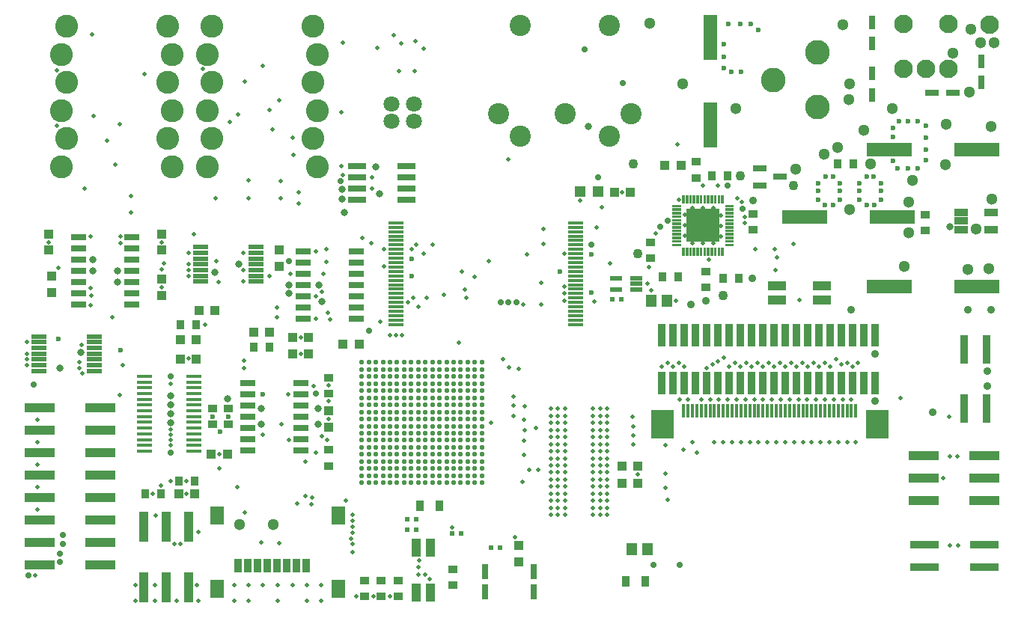
<source format=gts>
G04 Layer_Color=8388736*
%FSLAX44Y44*%
%MOMM*%
G71*
G01*
G75*
%ADD71C,0.8000*%
%ADD73C,0.5000*%
%ADD74C,0.6000*%
%ADD87C,0.7000*%
%ADD113R,1.8000X0.4000*%
%ADD116R,1.1000X1.1000*%
%ADD117R,1.1000X1.1000*%
%ADD118R,0.9000X1.1000*%
%ADD120R,1.1000X0.9000*%
%ADD122R,0.9000X2.6000*%
%ADD123R,0.9500X0.2900*%
%ADD124R,0.2900X0.9500*%
%ADD126R,1.5500X2.1000*%
%ADD127R,0.9000X1.6000*%
%ADD128R,0.4000X1.6000*%
%ADD129R,2.6000X3.3000*%
%ADD130R,1.6000X5.1000*%
%ADD131R,5.1000X1.6000*%
%ADD132R,3.3000X0.9000*%
%ADD133R,0.9000X3.3000*%
%ADD134R,1.7000X0.4500*%
%ADD135R,2.1000X1.1000*%
%ADD136R,1.1000X2.1000*%
%ADD137R,0.8000X1.7000*%
%ADD138R,1.3400X0.5400*%
%ADD139R,1.2446X1.3716*%
%ADD140R,0.9016X1.3016*%
%ADD141R,0.5900X0.4900*%
%ADD142R,1.6000X0.7000*%
%ADD143R,1.8000X0.8000*%
%ADD144R,2.1000X0.8000*%
%ADD145R,1.8200X0.5200*%
%ADD146R,1.6000X0.8000*%
%ADD147R,3.8000X3.8000*%
%ADD148R,1.5400X0.8400*%
%ADD149R,0.7000X1.6000*%
%ADD150R,3.4000X1.0000*%
%ADD151R,1.0000X3.4000*%
%ADD152R,1.3000X1.3000*%
%ADD153C,0.5516*%
%ADD154C,0.1000*%
%ADD155C,2.1000*%
%ADD156C,2.6000*%
%ADD157C,1.8000*%
%ADD158C,2.4000*%
%ADD159C,2.8000*%
%ADD160C,0.9000*%
%ADD161C,1.3000*%
%ADD162C,1.1000*%
G36*
X1075500Y1093500D02*
X1066000D01*
Y1096500D01*
X1075500D01*
Y1093500D01*
D02*
G37*
G36*
X1016000Y1097500D02*
X1006500D01*
Y1100500D01*
X1016000D01*
Y1097500D01*
D02*
G37*
G36*
X1075500D02*
X1066000D01*
Y1100500D01*
X1075500D01*
Y1097500D01*
D02*
G37*
G36*
X1016000Y1089500D02*
X1006500D01*
Y1092500D01*
X1016000D01*
Y1089500D01*
D02*
G37*
G36*
X1075500D02*
X1066000D01*
Y1092500D01*
X1075500D01*
Y1089500D01*
D02*
G37*
G36*
X1016000Y1093500D02*
X1006500D01*
Y1096500D01*
X1016000D01*
Y1093500D01*
D02*
G37*
G36*
Y1105500D02*
X1006500D01*
Y1108500D01*
X1016000D01*
Y1105500D01*
D02*
G37*
G36*
Y1109500D02*
X1006500D01*
Y1112500D01*
X1016000D01*
Y1109500D01*
D02*
G37*
G36*
X1075500D02*
X1066000D01*
Y1112500D01*
X1075500D01*
Y1109500D01*
D02*
G37*
G36*
X1016000Y1101500D02*
X1006500D01*
Y1104500D01*
X1016000D01*
Y1101500D01*
D02*
G37*
G36*
X1075500D02*
X1066000D01*
Y1104500D01*
X1075500D01*
Y1101500D01*
D02*
G37*
G36*
Y1105500D02*
X1066000D01*
Y1108500D01*
X1075500D01*
Y1105500D01*
D02*
G37*
G36*
X1032500Y1078500D02*
X1029500D01*
Y1088000D01*
X1032500D01*
Y1078500D01*
D02*
G37*
G36*
X1036500D02*
X1033500D01*
Y1088000D01*
X1036500D01*
Y1078500D01*
D02*
G37*
G36*
X1040500D02*
X1037500D01*
Y1088000D01*
X1040500D01*
Y1078500D01*
D02*
G37*
G36*
X1020500D02*
X1017500D01*
Y1088000D01*
X1020500D01*
Y1078500D01*
D02*
G37*
G36*
X1024500D02*
X1021500D01*
Y1088000D01*
X1024500D01*
Y1078500D01*
D02*
G37*
G36*
X1028500D02*
X1025500D01*
Y1088000D01*
X1028500D01*
Y1078500D01*
D02*
G37*
G36*
X1056500D02*
X1053500D01*
Y1088000D01*
X1056500D01*
Y1078500D01*
D02*
G37*
G36*
X1060500D02*
X1057500D01*
Y1088000D01*
X1060500D01*
Y1078500D01*
D02*
G37*
G36*
X1064500D02*
X1061500D01*
Y1088000D01*
X1064500D01*
Y1078500D01*
D02*
G37*
G36*
X1044500D02*
X1041500D01*
Y1088000D01*
X1044500D01*
Y1078500D01*
D02*
G37*
G36*
X1048500D02*
X1045500D01*
Y1088000D01*
X1048500D01*
Y1078500D01*
D02*
G37*
G36*
X1052500D02*
X1049500D01*
Y1088000D01*
X1052500D01*
Y1078500D01*
D02*
G37*
G36*
X1032500Y1138000D02*
X1029500D01*
Y1147500D01*
X1032500D01*
Y1138000D01*
D02*
G37*
G36*
X1036500D02*
X1033500D01*
Y1147500D01*
X1036500D01*
Y1138000D01*
D02*
G37*
G36*
X1040500D02*
X1037500D01*
Y1147500D01*
X1040500D01*
Y1138000D01*
D02*
G37*
G36*
X1020500D02*
X1017500D01*
Y1147500D01*
X1020500D01*
Y1138000D01*
D02*
G37*
G36*
X1024500D02*
X1021500D01*
Y1147500D01*
X1024500D01*
Y1138000D01*
D02*
G37*
G36*
X1028500D02*
X1025500D01*
Y1147500D01*
X1028500D01*
Y1138000D01*
D02*
G37*
G36*
X1056500D02*
X1053500D01*
Y1147500D01*
X1056500D01*
Y1138000D01*
D02*
G37*
G36*
X1060500D02*
X1057500D01*
Y1147500D01*
X1060500D01*
Y1138000D01*
D02*
G37*
G36*
X1064500D02*
X1061500D01*
Y1147500D01*
X1064500D01*
Y1138000D01*
D02*
G37*
G36*
X1044500D02*
X1041500D01*
Y1147500D01*
X1044500D01*
Y1138000D01*
D02*
G37*
G36*
X1048500D02*
X1045500D01*
Y1147500D01*
X1048500D01*
Y1138000D01*
D02*
G37*
G36*
X1052500D02*
X1049500D01*
Y1147500D01*
X1052500D01*
Y1138000D01*
D02*
G37*
G36*
X1075500Y1117500D02*
X1066000D01*
Y1120500D01*
X1075500D01*
Y1117500D01*
D02*
G37*
G36*
X1016000Y1121500D02*
X1006500D01*
Y1124500D01*
X1016000D01*
Y1121500D01*
D02*
G37*
G36*
X1075500D02*
X1066000D01*
Y1124500D01*
X1075500D01*
Y1121500D01*
D02*
G37*
G36*
X1016000Y1113500D02*
X1006500D01*
Y1116500D01*
X1016000D01*
Y1113500D01*
D02*
G37*
G36*
X1075500D02*
X1066000D01*
Y1116500D01*
X1075500D01*
Y1113500D01*
D02*
G37*
G36*
X1016000Y1117500D02*
X1006500D01*
Y1120500D01*
X1016000D01*
Y1117500D01*
D02*
G37*
G36*
X1075500Y1129500D02*
X1066000D01*
Y1132500D01*
X1075500D01*
Y1129500D01*
D02*
G37*
G36*
X1016000Y1133500D02*
X1006500D01*
Y1136500D01*
X1016000D01*
Y1133500D01*
D02*
G37*
G36*
X1075500D02*
X1066000D01*
Y1136500D01*
X1075500D01*
Y1133500D01*
D02*
G37*
G36*
X1016000Y1125500D02*
X1006500D01*
Y1128500D01*
X1016000D01*
Y1125500D01*
D02*
G37*
G36*
X1075500D02*
X1066000D01*
Y1128500D01*
X1075500D01*
Y1125500D01*
D02*
G37*
G36*
X1016000Y1129500D02*
X1006500D01*
Y1132500D01*
X1016000D01*
Y1129500D01*
D02*
G37*
D71*
X314000Y951250D02*
D03*
X911000Y1225000D02*
D03*
X573000Y1046000D02*
D03*
X573000Y1036000D02*
D03*
X489000Y1060000D02*
D03*
X516000Y1069000D02*
D03*
X610000Y1027000D02*
D03*
X633000Y1143000D02*
D03*
X607000Y1046000D02*
D03*
X1320000Y1112000D02*
D03*
X337000Y969000D02*
D03*
X439000Y890000D02*
D03*
X503000Y917000D02*
D03*
X541000Y906000D02*
D03*
Y888000D02*
D03*
X606000Y906000D02*
D03*
Y888000D02*
D03*
X439000Y910000D02*
D03*
Y900000D02*
D03*
Y920000D02*
D03*
X675000Y1149000D02*
D03*
X671000Y1179000D02*
D03*
X635000Y1128000D02*
D03*
X633000Y1154000D02*
D03*
X379000Y1062000D02*
D03*
X351000Y1062000D02*
D03*
X351000Y1074700D02*
D03*
X379000Y1049300D02*
D03*
D73*
X924798Y841552D02*
D03*
X932798Y785552D02*
D03*
Y793552D02*
D03*
Y801552D02*
D03*
Y809552D02*
D03*
Y817552D02*
D03*
Y825552D02*
D03*
Y833552D02*
D03*
Y841552D02*
D03*
Y849552D02*
D03*
Y857552D02*
D03*
Y865552D02*
D03*
Y873552D02*
D03*
Y881552D02*
D03*
Y889552D02*
D03*
Y897552D02*
D03*
Y905552D02*
D03*
X924798Y785552D02*
D03*
Y793552D02*
D03*
Y801552D02*
D03*
Y809552D02*
D03*
Y817552D02*
D03*
Y825552D02*
D03*
Y833552D02*
D03*
Y849552D02*
D03*
Y857552D02*
D03*
Y865552D02*
D03*
Y873552D02*
D03*
Y881552D02*
D03*
Y889552D02*
D03*
Y897552D02*
D03*
Y905552D02*
D03*
X916798Y785552D02*
D03*
Y793552D02*
D03*
Y801552D02*
D03*
Y809552D02*
D03*
Y817552D02*
D03*
Y825552D02*
D03*
Y849552D02*
D03*
Y857552D02*
D03*
Y865552D02*
D03*
Y873552D02*
D03*
Y881552D02*
D03*
Y889552D02*
D03*
Y897552D02*
D03*
Y905552D02*
D03*
X884798Y785552D02*
D03*
Y793552D02*
D03*
Y801552D02*
D03*
Y809552D02*
D03*
Y817552D02*
D03*
Y825552D02*
D03*
Y833552D02*
D03*
Y841552D02*
D03*
Y849552D02*
D03*
Y873552D02*
D03*
Y881552D02*
D03*
Y889552D02*
D03*
Y897552D02*
D03*
Y905552D02*
D03*
X876798Y785552D02*
D03*
Y793552D02*
D03*
Y801552D02*
D03*
Y809552D02*
D03*
Y817552D02*
D03*
Y825552D02*
D03*
Y833552D02*
D03*
Y841552D02*
D03*
Y849552D02*
D03*
Y857552D02*
D03*
Y865552D02*
D03*
Y873552D02*
D03*
Y881552D02*
D03*
Y889552D02*
D03*
Y897552D02*
D03*
Y905552D02*
D03*
X868798Y785552D02*
D03*
Y793552D02*
D03*
Y801552D02*
D03*
Y809552D02*
D03*
Y817552D02*
D03*
Y825552D02*
D03*
Y833552D02*
D03*
Y841552D02*
D03*
Y849552D02*
D03*
Y857552D02*
D03*
Y865552D02*
D03*
Y873552D02*
D03*
Y881552D02*
D03*
Y889552D02*
D03*
Y897552D02*
D03*
Y905552D02*
D03*
X884798Y865552D02*
D03*
Y857552D02*
D03*
X916798Y841552D02*
D03*
Y833552D02*
D03*
X713250Y1031000D02*
D03*
X728250D02*
D03*
X716750Y1091000D02*
D03*
X735250D02*
D03*
X1122000Y1086553D02*
D03*
X839550Y881650D02*
D03*
X541000Y754000D02*
D03*
X562000Y753750D02*
D03*
X598750Y804750D02*
D03*
X637000Y802000D02*
D03*
X598500Y797750D02*
D03*
X591000Y807000D02*
D03*
X827140Y919190D02*
D03*
X852500Y884250D02*
D03*
X801500Y890000D02*
D03*
X844921Y836666D02*
D03*
X855074D02*
D03*
X962000Y864900D02*
D03*
X962500Y875250D02*
D03*
X838700Y869600D02*
D03*
X1123050Y1062800D02*
D03*
X838740Y893630D02*
D03*
X927000Y1134000D02*
D03*
X527000Y1164000D02*
D03*
X980000Y1066000D02*
D03*
X1001000Y803000D02*
D03*
X676000Y1004000D02*
D03*
X687000Y989000D02*
D03*
X921000Y1111000D02*
D03*
X861000Y1109000D02*
D03*
Y1092000D02*
D03*
X842000Y1080000D02*
D03*
X603000Y856000D02*
D03*
X521484Y1049500D02*
D03*
X961500Y896750D02*
D03*
X962000Y885500D02*
D03*
X478000Y1001000D02*
D03*
X522000Y952000D02*
D03*
Y960000D02*
D03*
X601000Y931000D02*
D03*
X584000Y1151000D02*
D03*
X1039000Y916000D02*
D03*
X1070800Y953000D02*
D03*
X1045400Y952000D02*
D03*
X1051750Y956200D02*
D03*
X1058100Y959000D02*
D03*
X1064450Y963200D02*
D03*
X560000Y688000D02*
D03*
X421000D02*
D03*
X399000D02*
D03*
X609000D02*
D03*
X593000D02*
D03*
X527000D02*
D03*
X511000D02*
D03*
X470000Y688000D02*
D03*
X446000Y688000D02*
D03*
X967700Y831000D02*
D03*
X838290Y853480D02*
D03*
X839120Y908140D02*
D03*
X837299Y822696D02*
D03*
X827140Y897617D02*
D03*
X828620Y760466D02*
D03*
X827138Y909554D02*
D03*
X687000Y693000D02*
D03*
X668000D02*
D03*
X649000Y693000D02*
D03*
X645000Y743000D02*
D03*
X428000Y819000D02*
D03*
X494000Y838000D02*
D03*
X439000Y934000D02*
D03*
X1052750Y1133000D02*
D03*
X1040750D02*
D03*
X1028750D02*
D03*
X1021000Y1101250D02*
D03*
Y1113250D02*
D03*
Y1125250D02*
D03*
X634000Y1170000D02*
D03*
X1048000Y1074000D02*
D03*
X443000Y753000D02*
D03*
X450000D02*
D03*
X491000Y1073000D02*
D03*
X493000Y1049000D02*
D03*
X459000Y1069000D02*
D03*
X559000Y1009000D02*
D03*
Y1020600D02*
D03*
X615000Y1086000D02*
D03*
X610000Y1038000D02*
D03*
X574548Y1058700D02*
D03*
X619000Y1006900D02*
D03*
X335502Y958502D02*
D03*
X339000Y946000D02*
D03*
X632000Y1241500D02*
D03*
X633434Y1319907D02*
D03*
X632000Y1180000D02*
D03*
X612000Y1058700D02*
D03*
X521484Y1082000D02*
D03*
X667000Y1155000D02*
D03*
Y1167700D02*
D03*
X276000Y968000D02*
D03*
Y955000D02*
D03*
Y961500D02*
D03*
Y981000D02*
D03*
X373000Y1009000D02*
D03*
X348000Y1042300D02*
D03*
X429000Y1063000D02*
D03*
X376000Y1182000D02*
D03*
X301000Y1094000D02*
D03*
X429000Y1043000D02*
D03*
X381000Y1228000D02*
D03*
X394000Y1146000D02*
D03*
X350000Y1329000D02*
D03*
X367000Y1209000D02*
D03*
X409000Y1284000D02*
D03*
X352000Y1237000D02*
D03*
X310000Y1289000D02*
D03*
X382000Y1101000D02*
D03*
X820696Y1187500D02*
D03*
X1041000Y1092750D02*
D03*
X1053000D02*
D03*
X1029000D02*
D03*
X1061000Y1100750D02*
D03*
Y1112750D02*
D03*
Y1124750D02*
D03*
X1074000Y868000D02*
D03*
X1064000D02*
D03*
X459000Y1082000D02*
D03*
Y1056000D02*
D03*
X521484Y1062500D02*
D03*
X475000Y1290000D02*
D03*
X515000Y1239000D02*
D03*
X543000Y1294000D02*
D03*
X562000Y1255000D02*
D03*
X577000Y1212000D02*
D03*
X506000Y1230000D02*
D03*
X527000Y1144000D02*
D03*
X563000D02*
D03*
X554000Y1222000D02*
D03*
X563000Y1163000D02*
D03*
X342000Y1155000D02*
D03*
X490000Y1144000D02*
D03*
X603000Y1084100D02*
D03*
Y1007900D02*
D03*
X459000Y1062500D02*
D03*
X286000Y717000D02*
D03*
X394000Y1128000D02*
D03*
X421000Y706000D02*
D03*
X399000D02*
D03*
X288000Y867600D02*
D03*
Y816800D02*
D03*
Y791400D02*
D03*
X511000Y706000D02*
D03*
X593000D02*
D03*
X609000D02*
D03*
X560000D02*
D03*
X577000D02*
D03*
X543000D02*
D03*
X527000D02*
D03*
X336000Y952000D02*
D03*
X551000Y1056000D02*
D03*
X673000Y1314000D02*
D03*
X551000Y1244000D02*
D03*
X700000Y1319000D02*
D03*
X691000Y1328000D02*
D03*
X716000Y1322000D02*
D03*
X725000Y1313000D02*
D03*
X578000Y1193000D02*
D03*
X697000Y1288000D02*
D03*
X715000D02*
D03*
X680000Y1086000D02*
D03*
X617000Y1014000D02*
D03*
X603000Y1033300D02*
D03*
X615000Y1072000D02*
D03*
X645000Y779000D02*
D03*
Y786000D02*
D03*
Y772000D02*
D03*
X439000Y882000D02*
D03*
Y876000D02*
D03*
Y870000D02*
D03*
Y864000D02*
D03*
X666000Y1093000D02*
D03*
X656000Y1099000D02*
D03*
X288000Y893000D02*
D03*
X381000Y921000D02*
D03*
X385000Y955000D02*
D03*
X494000Y854000D02*
D03*
X459000Y963000D02*
D03*
X645000Y765000D02*
D03*
X643000Y759000D02*
D03*
X573000Y870000D02*
D03*
X582000Y798000D02*
D03*
X618000Y932000D02*
D03*
X457000Y809000D02*
D03*
X422000Y785000D02*
D03*
X618000Y914000D02*
D03*
X586000Y986000D02*
D03*
Y968000D02*
D03*
X572100Y922400D02*
D03*
X564000Y888000D02*
D03*
X457000Y824000D02*
D03*
X419000Y809000D02*
D03*
X439000Y824000D02*
D03*
X514000Y817000D02*
D03*
X542874Y876000D02*
D03*
X1041000Y1158000D02*
D03*
X1013500Y1141750D02*
D03*
X1088000Y1116000D02*
D03*
X1088000Y1123000D02*
D03*
X1079750Y1144000D02*
D03*
X1150000Y1029000D02*
D03*
X1012000Y1205000D02*
D03*
X1085000Y1140000D02*
D03*
X1143000Y1092000D02*
D03*
X1058000Y1158000D02*
D03*
X1094000Y868000D02*
D03*
X719000Y726000D02*
D03*
X719000Y718000D02*
D03*
X720000Y734000D02*
D03*
X732000Y713000D02*
D03*
X727000Y718000D02*
D03*
X288000Y842200D02*
D03*
X645000Y753000D02*
D03*
X1077150Y957200D02*
D03*
X1089850D02*
D03*
X1102550D02*
D03*
X1115250D02*
D03*
X1127950D02*
D03*
X1140650D02*
D03*
X1153350D02*
D03*
X1166050D02*
D03*
X1178750D02*
D03*
X1191450Y962200D02*
D03*
X1204150Y957200D02*
D03*
X1059000Y916000D02*
D03*
X1084000Y868000D02*
D03*
X1114000D02*
D03*
X1104000D02*
D03*
X1194000D02*
D03*
X1144000D02*
D03*
X1204000D02*
D03*
X1214000D02*
D03*
X1079000Y916000D02*
D03*
X1109000D02*
D03*
X1099000D02*
D03*
X1089000D02*
D03*
X1159000Y916000D02*
D03*
X1179000Y916000D02*
D03*
X1169000D02*
D03*
X1199000D02*
D03*
X1189000Y916000D02*
D03*
X1209000Y916000D02*
D03*
X1049000D02*
D03*
X1054000Y868000D02*
D03*
X1083500Y953000D02*
D03*
X1121600D02*
D03*
X1134300D02*
D03*
X1108900D02*
D03*
X1096200D02*
D03*
X1172400D02*
D03*
X1185100D02*
D03*
X1159700D02*
D03*
X1210500D02*
D03*
X1197800Y956000D02*
D03*
X1007300Y953000D02*
D03*
X994600D02*
D03*
X1020000D02*
D03*
X1013650Y957200D02*
D03*
X1000950D02*
D03*
X1147000Y953000D02*
D03*
X1216350Y957200D02*
D03*
X1069000Y916000D02*
D03*
X680000Y1067000D02*
D03*
X718998Y1020998D02*
D03*
X707750Y1026000D02*
D03*
X711998Y1086002D02*
D03*
X724996Y1081000D02*
D03*
X884000Y1036000D02*
D03*
Y1081000D02*
D03*
X884000Y1028000D02*
D03*
X858000Y1024000D02*
D03*
X694000Y989000D02*
D03*
X701000D02*
D03*
X884000Y1044000D02*
D03*
X858000Y1048000D02*
D03*
X799000Y1073000D02*
D03*
X748000Y1035000D02*
D03*
X773000Y1031000D02*
D03*
X772000Y1040920D02*
D03*
X783000Y1055000D02*
D03*
X1184000Y868000D02*
D03*
X1174000D02*
D03*
X1164000D02*
D03*
X1139000Y916000D02*
D03*
X1149000Y916000D02*
D03*
X1154000Y868000D02*
D03*
X1129000Y916000D02*
D03*
X1119000Y916000D02*
D03*
X1124000Y868000D02*
D03*
X1134000D02*
D03*
X618000Y894000D02*
D03*
X815000Y962000D02*
D03*
X838000Y1024000D02*
D03*
X610000Y875000D02*
D03*
X768000Y1061000D02*
D03*
X584000Y1138000D02*
D03*
X1320000Y852000D02*
D03*
X999000Y816000D02*
D03*
X1034000Y856000D02*
D03*
X1029000Y868000D02*
D03*
X1019000Y859000D02*
D03*
X1329000Y852000D02*
D03*
X1313000Y827000D02*
D03*
X1320000Y751000D02*
D03*
X1330000D02*
D03*
X1015000Y916000D02*
D03*
X1024000Y916000D02*
D03*
X1100000Y1086000D02*
D03*
X999000Y864000D02*
D03*
Y832000D02*
D03*
X978000Y1047000D02*
D03*
X1125000Y1077000D02*
D03*
X988000Y1104000D02*
D03*
X949750Y1150500D02*
D03*
X523000Y1276000D02*
D03*
X429000Y1094000D02*
D03*
X382000Y1093100D02*
D03*
X348000Y1023000D02*
D03*
X338484Y978000D02*
D03*
X465000Y1103000D02*
D03*
X431000Y1070000D02*
D03*
X348000Y1101000D02*
D03*
X310000Y1226000D02*
D03*
X616000Y870000D02*
D03*
X523000Y788000D02*
D03*
X469000Y706000D02*
D03*
X470000Y766000D02*
D03*
X591000Y846000D02*
D03*
X1319500Y896500D02*
D03*
X1264250Y918000D02*
D03*
X918170Y1026920D02*
D03*
X982419Y1039919D02*
D03*
X1010250Y1028000D02*
D03*
X935750Y1070250D02*
D03*
X822000Y952750D02*
D03*
X832250Y951000D02*
D03*
X757000Y771000D02*
D03*
X765000Y980500D02*
D03*
X901750Y1141500D02*
D03*
X312000Y1065000D02*
D03*
X349250Y1033500D02*
D03*
D74*
X1242750Y1142000D02*
D03*
Y1152000D02*
D03*
Y1161000D02*
D03*
X1234250Y1168500D02*
D03*
X1226000D02*
D03*
X1218250Y1161000D02*
D03*
Y1152000D02*
D03*
X1226000Y1136000D02*
D03*
X1235000D02*
D03*
X1218250Y1142000D02*
D03*
X1195750D02*
D03*
X915000Y1080000D02*
D03*
X1256000Y1223000D02*
D03*
Y1186000D02*
D03*
Y1213000D02*
D03*
X1293000Y1212000D02*
D03*
Y1199000D02*
D03*
Y1187000D02*
D03*
Y1226000D02*
D03*
X1284000Y1231000D02*
D03*
X1273000D02*
D03*
X1263000D02*
D03*
X1273000Y1178000D02*
D03*
X1261000D02*
D03*
X1284000D02*
D03*
X1084000Y1287000D02*
D03*
X1073000D02*
D03*
X1065000Y1318000D02*
D03*
Y1304000D02*
D03*
Y1291000D02*
D03*
X1070000Y1341000D02*
D03*
X1083000D02*
D03*
X1095000D02*
D03*
X1104000Y1334000D02*
D03*
X1179000Y1136000D02*
D03*
X1188000D02*
D03*
X1195750Y1152000D02*
D03*
Y1161000D02*
D03*
X1188000Y1168500D02*
D03*
X1179750D02*
D03*
X1171250Y1161000D02*
D03*
Y1152000D02*
D03*
Y1142000D02*
D03*
X486000Y897000D02*
D03*
X504000D02*
D03*
X382000Y972000D02*
D03*
X543000Y922400D02*
D03*
X495000Y880000D02*
D03*
X712000Y1056000D02*
D03*
Y1075000D02*
D03*
X915000Y1037000D02*
D03*
X879000Y1061000D02*
D03*
X312000Y985000D02*
D03*
D87*
X907000Y1312000D02*
D03*
X950500Y1274500D02*
D03*
X915000Y1091000D02*
D03*
X985000Y729000D02*
D03*
X1015000D02*
D03*
X573000Y1073000D02*
D03*
X631000Y1163000D02*
D03*
X278000Y717200D02*
D03*
X314000Y732000D02*
D03*
Y742000D02*
D03*
X317000Y753000D02*
D03*
Y763000D02*
D03*
X439000Y856000D02*
D03*
X1001000Y1118000D02*
D03*
X1086000Y1132000D02*
D03*
X1069000Y1158000D02*
D03*
X993000Y1112000D02*
D03*
X603000Y923000D02*
D03*
X663000Y993949D02*
D03*
X922250Y1167250D02*
D03*
X812000Y1026000D02*
D03*
X821000D02*
D03*
X830000D02*
D03*
X439000Y942250D02*
D03*
X284000Y933000D02*
D03*
D113*
X897000Y1001000D02*
D03*
Y1006000D02*
D03*
Y1011000D02*
D03*
Y1016000D02*
D03*
Y1021000D02*
D03*
Y1026000D02*
D03*
Y1031000D02*
D03*
Y1036000D02*
D03*
Y1041000D02*
D03*
Y1046000D02*
D03*
Y1051000D02*
D03*
Y1056000D02*
D03*
Y1061000D02*
D03*
Y1066000D02*
D03*
Y1071000D02*
D03*
Y1076000D02*
D03*
Y1081000D02*
D03*
Y1086000D02*
D03*
Y1091000D02*
D03*
Y1096000D02*
D03*
Y1101000D02*
D03*
Y1106000D02*
D03*
Y1111000D02*
D03*
Y1116000D02*
D03*
X694000Y1001000D02*
D03*
Y1006000D02*
D03*
Y1011000D02*
D03*
Y1016000D02*
D03*
Y1021000D02*
D03*
Y1026000D02*
D03*
Y1031000D02*
D03*
Y1036000D02*
D03*
Y1041000D02*
D03*
Y1046000D02*
D03*
Y1051000D02*
D03*
Y1056000D02*
D03*
Y1061000D02*
D03*
Y1066000D02*
D03*
Y1071000D02*
D03*
Y1076000D02*
D03*
Y1081000D02*
D03*
Y1086000D02*
D03*
Y1091000D02*
D03*
Y1096000D02*
D03*
Y1101000D02*
D03*
Y1106000D02*
D03*
Y1111000D02*
D03*
Y1116000D02*
D03*
D116*
X949300Y840500D02*
D03*
X967300D02*
D03*
X468000Y984000D02*
D03*
X450000D02*
D03*
X551000Y992000D02*
D03*
X533000D02*
D03*
X489000Y1017000D02*
D03*
X471000D02*
D03*
X1016000Y1181000D02*
D03*
X998000D02*
D03*
X503000Y854000D02*
D03*
X485000D02*
D03*
X468000Y962000D02*
D03*
X450000D02*
D03*
X595000Y986000D02*
D03*
X577000D02*
D03*
X595000Y968000D02*
D03*
X577000D02*
D03*
X466000Y809000D02*
D03*
X448000D02*
D03*
X940750Y1150500D02*
D03*
X958750D02*
D03*
X949100Y821500D02*
D03*
X967100D02*
D03*
X652000Y978750D02*
D03*
X634000D02*
D03*
D117*
X832250Y732750D02*
D03*
Y750750D02*
D03*
X429000Y1034000D02*
D03*
Y1052000D02*
D03*
X301000Y1103000D02*
D03*
Y1085000D02*
D03*
X429000Y1103000D02*
D03*
Y1085000D02*
D03*
X304500Y1037500D02*
D03*
Y1055500D02*
D03*
X562000Y1067000D02*
D03*
Y1085000D02*
D03*
X618000Y903000D02*
D03*
Y885000D02*
D03*
D118*
X450000Y1001000D02*
D03*
X468000D02*
D03*
X533000Y975000D02*
D03*
X551000D02*
D03*
X995000Y1055000D02*
D03*
X1013000D02*
D03*
X1211000Y1183000D02*
D03*
X1193000D02*
D03*
X448000Y824000D02*
D03*
X466000D02*
D03*
X410000Y809000D02*
D03*
X428000D02*
D03*
X1069000Y1169000D02*
D03*
X1051000D02*
D03*
X1064000Y1053000D02*
D03*
X1082000D02*
D03*
D120*
X696000Y711000D02*
D03*
Y693000D02*
D03*
X677000Y711000D02*
D03*
Y693000D02*
D03*
X658000Y711000D02*
D03*
Y693000D02*
D03*
X982000Y1076000D02*
D03*
Y1094000D02*
D03*
X1033000Y1185000D02*
D03*
Y1167000D02*
D03*
X1292000Y1125000D02*
D03*
Y1107000D02*
D03*
X486000Y906000D02*
D03*
Y888000D02*
D03*
X504000Y906000D02*
D03*
Y888000D02*
D03*
X618000Y841000D02*
D03*
Y859000D02*
D03*
Y941000D02*
D03*
Y923000D02*
D03*
X1098000Y1108000D02*
D03*
Y1126000D02*
D03*
X1044000Y1061000D02*
D03*
Y1043000D02*
D03*
X758000Y724000D02*
D03*
Y706000D02*
D03*
D122*
X994600Y935000D02*
D03*
X1197800D02*
D03*
X1210500D02*
D03*
X1185100D02*
D03*
X1172400D02*
D03*
X1159700D02*
D03*
X1147000D02*
D03*
X1134300D02*
D03*
X1121600D02*
D03*
X1108900D02*
D03*
X1096200D02*
D03*
X1083500D02*
D03*
X1070800D02*
D03*
X1058100D02*
D03*
X1045400D02*
D03*
X1032700D02*
D03*
X1020000D02*
D03*
X1007300D02*
D03*
X994600Y989000D02*
D03*
X1007300D02*
D03*
X1020000D02*
D03*
X1032700D02*
D03*
X1045400D02*
D03*
X1058100D02*
D03*
X1070800D02*
D03*
X1083500D02*
D03*
X1096200D02*
D03*
X1108900D02*
D03*
X1121600D02*
D03*
X1134300D02*
D03*
X1147000D02*
D03*
X1159700D02*
D03*
X1172400D02*
D03*
X1197800D02*
D03*
X1210500D02*
D03*
X1185100D02*
D03*
X1223200Y935000D02*
D03*
Y989000D02*
D03*
X1235900D02*
D03*
Y935000D02*
D03*
D123*
X1011250Y1135000D02*
D03*
Y1131000D02*
D03*
Y1127000D02*
D03*
Y1123000D02*
D03*
Y1119000D02*
D03*
Y1115000D02*
D03*
Y1111000D02*
D03*
Y1107000D02*
D03*
Y1103000D02*
D03*
Y1099000D02*
D03*
Y1095000D02*
D03*
Y1091000D02*
D03*
X1070750D02*
D03*
Y1095000D02*
D03*
Y1099000D02*
D03*
Y1103000D02*
D03*
Y1107000D02*
D03*
Y1111000D02*
D03*
Y1115000D02*
D03*
Y1119000D02*
D03*
Y1123000D02*
D03*
Y1127000D02*
D03*
Y1131000D02*
D03*
Y1135000D02*
D03*
D124*
X1019000Y1083250D02*
D03*
X1023000D02*
D03*
X1027000D02*
D03*
X1031000D02*
D03*
X1035000D02*
D03*
X1039000D02*
D03*
X1043000D02*
D03*
X1047000D02*
D03*
X1051000D02*
D03*
X1055000D02*
D03*
X1059000D02*
D03*
X1063000D02*
D03*
Y1142750D02*
D03*
X1059000D02*
D03*
X1055000D02*
D03*
X1051000D02*
D03*
X1047000D02*
D03*
X1043000D02*
D03*
X1039000D02*
D03*
X1035000D02*
D03*
X1031000D02*
D03*
X1027000D02*
D03*
X1023000D02*
D03*
X1019000D02*
D03*
D126*
X628750Y702000D02*
D03*
X491250D02*
D03*
Y785000D02*
D03*
X628750D02*
D03*
D127*
X592000Y728000D02*
D03*
X515000D02*
D03*
X581000D02*
D03*
X548000D02*
D03*
X559000D02*
D03*
X537000D02*
D03*
X526000D02*
D03*
X570000D02*
D03*
D128*
X1019000Y903000D02*
D03*
X1024000D02*
D03*
X1029000D02*
D03*
X1034000D02*
D03*
X1039000D02*
D03*
X1044000D02*
D03*
X1049000D02*
D03*
X1054000D02*
D03*
X1059000D02*
D03*
X1064000D02*
D03*
X1069000D02*
D03*
X1074000D02*
D03*
X1079000D02*
D03*
X1084000D02*
D03*
X1089000D02*
D03*
X1094000D02*
D03*
X1099000D02*
D03*
X1104000D02*
D03*
X1109000D02*
D03*
X1114000D02*
D03*
X1119000D02*
D03*
X1124000D02*
D03*
X1129000D02*
D03*
X1134000D02*
D03*
X1139000D02*
D03*
X1144000D02*
D03*
X1149000D02*
D03*
X1154000D02*
D03*
X1159000D02*
D03*
X1164000D02*
D03*
X1169000D02*
D03*
X1174000D02*
D03*
X1179000D02*
D03*
X1184000D02*
D03*
X1189000D02*
D03*
X1194000D02*
D03*
X1199000D02*
D03*
X1204000D02*
D03*
X1209000D02*
D03*
X1214000D02*
D03*
D129*
X994870Y887760D02*
D03*
X1238130D02*
D03*
D130*
X1049000Y1326060D02*
D03*
Y1227000D02*
D03*
D131*
X1350530Y1199000D02*
D03*
X1251470D02*
D03*
X1350530Y1044000D02*
D03*
X1251470D02*
D03*
X1156470Y1123000D02*
D03*
X1255530D02*
D03*
D132*
X1359020Y751700D02*
D03*
Y726300D02*
D03*
X1291710D02*
D03*
Y751700D02*
D03*
D133*
X1336300Y905710D02*
D03*
X1361700D02*
D03*
Y973020D02*
D03*
X1336300D02*
D03*
D134*
X409000Y890250D02*
D03*
Y877250D02*
D03*
Y864250D02*
D03*
Y857750D02*
D03*
Y870750D02*
D03*
Y883750D02*
D03*
Y942250D02*
D03*
Y929250D02*
D03*
Y916250D02*
D03*
Y903250D02*
D03*
Y896750D02*
D03*
Y909750D02*
D03*
Y922750D02*
D03*
Y935750D02*
D03*
X465000Y857750D02*
D03*
Y864250D02*
D03*
Y896750D02*
D03*
Y909750D02*
D03*
Y916250D02*
D03*
Y903250D02*
D03*
Y877250D02*
D03*
Y890250D02*
D03*
Y883750D02*
D03*
Y870750D02*
D03*
Y929250D02*
D03*
Y942250D02*
D03*
Y935750D02*
D03*
Y922750D02*
D03*
D135*
X1175400Y1029000D02*
D03*
Y1045000D02*
D03*
X1124600Y1029000D02*
D03*
Y1045000D02*
D03*
D136*
X733000Y748400D02*
D03*
X717000D02*
D03*
X733000Y697600D02*
D03*
X717000D02*
D03*
D137*
X849500Y721500D02*
D03*
X794500D02*
D03*
X849500Y698500D02*
D03*
X794500D02*
D03*
D138*
X965652Y1040500D02*
D03*
Y1047000D02*
D03*
Y1053500D02*
D03*
X942348D02*
D03*
Y1040500D02*
D03*
D139*
X960169Y747127D02*
D03*
X977949D02*
D03*
X982669Y1028127D02*
D03*
X1000449D02*
D03*
D140*
X954000Y710127D02*
D03*
X976000D02*
D03*
X721000Y796000D02*
D03*
X743000D02*
D03*
D141*
X706827Y780435D02*
D03*
X716987D02*
D03*
X706840Y769000D02*
D03*
X717000D02*
D03*
X767080Y764250D02*
D03*
X756920D02*
D03*
X801670Y748250D02*
D03*
X811830D02*
D03*
X938170Y1029250D02*
D03*
X948330D02*
D03*
D142*
X1299992Y1263000D02*
D03*
X1324008D02*
D03*
D143*
X649226Y1084100D02*
D03*
Y1071400D02*
D03*
Y1058700D02*
D03*
Y1046000D02*
D03*
Y1033300D02*
D03*
Y1020600D02*
D03*
Y1007900D02*
D03*
X588774D02*
D03*
Y1020600D02*
D03*
Y1033300D02*
D03*
Y1046000D02*
D03*
Y1058700D02*
D03*
Y1071400D02*
D03*
Y1084100D02*
D03*
X395226Y1100100D02*
D03*
Y1087400D02*
D03*
Y1074700D02*
D03*
Y1062000D02*
D03*
Y1049300D02*
D03*
Y1036600D02*
D03*
Y1023900D02*
D03*
X334774D02*
D03*
Y1036600D02*
D03*
Y1049300D02*
D03*
Y1062000D02*
D03*
Y1074700D02*
D03*
Y1087400D02*
D03*
Y1100100D02*
D03*
X525774Y935100D02*
D03*
Y922400D02*
D03*
Y909700D02*
D03*
Y897000D02*
D03*
Y884300D02*
D03*
Y871600D02*
D03*
Y858900D02*
D03*
X586226D02*
D03*
Y871600D02*
D03*
Y884300D02*
D03*
Y897000D02*
D03*
Y909700D02*
D03*
Y922400D02*
D03*
Y935100D02*
D03*
D144*
X650060Y1142300D02*
D03*
Y1155000D02*
D03*
Y1167700D02*
D03*
Y1180400D02*
D03*
X705940D02*
D03*
Y1167700D02*
D03*
Y1155000D02*
D03*
Y1142300D02*
D03*
D145*
X535242Y1049500D02*
D03*
Y1056000D02*
D03*
Y1062500D02*
D03*
Y1069000D02*
D03*
Y1075500D02*
D03*
Y1082000D02*
D03*
Y1088500D02*
D03*
X472758Y1088500D02*
D03*
Y1082000D02*
D03*
Y1075500D02*
D03*
Y1069000D02*
D03*
Y1062500D02*
D03*
Y1056000D02*
D03*
Y1049500D02*
D03*
X352242Y948500D02*
D03*
Y955000D02*
D03*
Y961500D02*
D03*
Y968000D02*
D03*
Y974500D02*
D03*
Y981000D02*
D03*
Y987500D02*
D03*
X289758Y987500D02*
D03*
Y981000D02*
D03*
Y974500D02*
D03*
Y968000D02*
D03*
Y961500D02*
D03*
Y955000D02*
D03*
Y948500D02*
D03*
D146*
X1128557Y1168000D02*
D03*
X1105443Y1158475D02*
D03*
Y1177525D02*
D03*
D147*
X1041000Y1113000D02*
D03*
D148*
X1333230Y1127500D02*
D03*
Y1118000D02*
D03*
Y1108500D02*
D03*
X1366770D02*
D03*
Y1127500D02*
D03*
D149*
X1356000Y1299008D02*
D03*
Y1274992D02*
D03*
X1232000Y1343008D02*
D03*
Y1318992D02*
D03*
Y1285008D02*
D03*
Y1260992D02*
D03*
D150*
X359290Y754500D02*
D03*
Y729100D02*
D03*
X290710Y754500D02*
D03*
Y729100D02*
D03*
X359290Y830700D02*
D03*
Y805300D02*
D03*
Y779900D02*
D03*
X290710Y830700D02*
D03*
Y805300D02*
D03*
Y779900D02*
D03*
Y856100D02*
D03*
Y881500D02*
D03*
Y906900D02*
D03*
X359290Y856100D02*
D03*
Y881500D02*
D03*
Y906900D02*
D03*
X1359290Y852400D02*
D03*
Y827000D02*
D03*
Y801600D02*
D03*
X1290710Y852400D02*
D03*
Y827000D02*
D03*
Y801600D02*
D03*
D151*
X459400Y703710D02*
D03*
X434000D02*
D03*
X408600D02*
D03*
X459400Y772290D02*
D03*
X434000D02*
D03*
X408600D02*
D03*
D152*
X902250Y1151250D02*
D03*
X922250D02*
D03*
D153*
X655000Y958000D02*
D03*
X663000D02*
D03*
X671000D02*
D03*
X679000D02*
D03*
X687000D02*
D03*
X695000D02*
D03*
X703000D02*
D03*
X711000D02*
D03*
X719000D02*
D03*
X727000D02*
D03*
X735000D02*
D03*
X743000D02*
D03*
X751000D02*
D03*
X759000D02*
D03*
X767000D02*
D03*
X775000D02*
D03*
X783000D02*
D03*
X791000D02*
D03*
X655000Y950000D02*
D03*
X663000D02*
D03*
X671000D02*
D03*
X679000D02*
D03*
X687000D02*
D03*
X695000D02*
D03*
X703000D02*
D03*
X711000D02*
D03*
X719000D02*
D03*
X727000D02*
D03*
X735000D02*
D03*
X743000D02*
D03*
X751000D02*
D03*
X759000D02*
D03*
X767000D02*
D03*
X775000D02*
D03*
X783000D02*
D03*
X791000D02*
D03*
X655000Y942000D02*
D03*
X663000D02*
D03*
X671000D02*
D03*
X679000D02*
D03*
X687000D02*
D03*
X695000D02*
D03*
X703000D02*
D03*
X711000D02*
D03*
X719000D02*
D03*
X727000D02*
D03*
X735000D02*
D03*
X743000D02*
D03*
X751000D02*
D03*
X759000D02*
D03*
X767000D02*
D03*
X775000D02*
D03*
X783000D02*
D03*
X791000D02*
D03*
X655000Y934000D02*
D03*
X663000D02*
D03*
X671000D02*
D03*
X679000D02*
D03*
X687000D02*
D03*
X695000D02*
D03*
X703000D02*
D03*
X711000D02*
D03*
X719000D02*
D03*
X727000D02*
D03*
X735000D02*
D03*
X743000D02*
D03*
X751000D02*
D03*
X759000D02*
D03*
X767000D02*
D03*
X775000D02*
D03*
X783000D02*
D03*
X791000D02*
D03*
X655000Y926000D02*
D03*
X663000D02*
D03*
X671000D02*
D03*
X679000D02*
D03*
X687000D02*
D03*
X695000D02*
D03*
X703000D02*
D03*
X711000D02*
D03*
X719000D02*
D03*
X727000D02*
D03*
X735000D02*
D03*
X743000D02*
D03*
X751000D02*
D03*
X759000D02*
D03*
X767000D02*
D03*
X775000D02*
D03*
X783000D02*
D03*
X791000D02*
D03*
X655000Y918000D02*
D03*
X663000D02*
D03*
X671000D02*
D03*
X679000D02*
D03*
X687000D02*
D03*
X695000D02*
D03*
X703000D02*
D03*
X711000D02*
D03*
X719000D02*
D03*
X727000D02*
D03*
X735000D02*
D03*
X743000D02*
D03*
X751000D02*
D03*
X759000D02*
D03*
X767000D02*
D03*
X775000D02*
D03*
X783000D02*
D03*
X791000D02*
D03*
X655000Y910000D02*
D03*
X663000D02*
D03*
X671000D02*
D03*
X679000D02*
D03*
X687000D02*
D03*
X695000D02*
D03*
X703000D02*
D03*
X711000D02*
D03*
X719000D02*
D03*
X727000D02*
D03*
X735000D02*
D03*
X743000D02*
D03*
X751000D02*
D03*
X759000D02*
D03*
X767000D02*
D03*
X775000D02*
D03*
X783000D02*
D03*
X791000D02*
D03*
X655000Y902000D02*
D03*
X663000D02*
D03*
X671000D02*
D03*
X679000D02*
D03*
X687000D02*
D03*
X695000D02*
D03*
X703000D02*
D03*
X711000D02*
D03*
X719000D02*
D03*
X727000D02*
D03*
X735000D02*
D03*
X743000D02*
D03*
X751000D02*
D03*
X759000D02*
D03*
X767000D02*
D03*
X775000D02*
D03*
X783000D02*
D03*
X791000D02*
D03*
X655000Y894000D02*
D03*
X663000D02*
D03*
X671000D02*
D03*
X679000D02*
D03*
X687000D02*
D03*
X695000D02*
D03*
X703000D02*
D03*
X711000D02*
D03*
X719000D02*
D03*
X727000D02*
D03*
X735000D02*
D03*
X743000D02*
D03*
X751000D02*
D03*
X759000D02*
D03*
X767000D02*
D03*
X775000D02*
D03*
X783000D02*
D03*
X791000D02*
D03*
X655000Y886000D02*
D03*
X663000D02*
D03*
X671000D02*
D03*
X679000D02*
D03*
X687000D02*
D03*
X695000D02*
D03*
X703000D02*
D03*
X711000D02*
D03*
X719000D02*
D03*
X727000D02*
D03*
X735000D02*
D03*
X743000D02*
D03*
X751000D02*
D03*
X759000D02*
D03*
X767000D02*
D03*
X775000D02*
D03*
X783000D02*
D03*
X791000D02*
D03*
X655000Y878000D02*
D03*
X663000D02*
D03*
X671000D02*
D03*
X679000D02*
D03*
X687000D02*
D03*
X695000D02*
D03*
X703000D02*
D03*
X711000D02*
D03*
X719000D02*
D03*
X727000D02*
D03*
X735000D02*
D03*
X743000D02*
D03*
X751000D02*
D03*
X759000D02*
D03*
X767000D02*
D03*
X775000D02*
D03*
X783000D02*
D03*
X791000D02*
D03*
X655000Y870000D02*
D03*
X663000D02*
D03*
X671000D02*
D03*
X679000D02*
D03*
X687000D02*
D03*
X695000D02*
D03*
X703000D02*
D03*
X711000D02*
D03*
X719000D02*
D03*
X727000D02*
D03*
X735000D02*
D03*
X743000D02*
D03*
X751000D02*
D03*
X759000D02*
D03*
X767000D02*
D03*
X775000D02*
D03*
X783000D02*
D03*
X791000D02*
D03*
X655000Y862000D02*
D03*
X663000D02*
D03*
X671000D02*
D03*
X679000D02*
D03*
X687000D02*
D03*
X695000D02*
D03*
X703000D02*
D03*
X711000D02*
D03*
X719000D02*
D03*
X727000D02*
D03*
X735000D02*
D03*
X743000D02*
D03*
X751000D02*
D03*
X759000D02*
D03*
X767000D02*
D03*
X775000D02*
D03*
X783000D02*
D03*
X791000D02*
D03*
X655000Y854000D02*
D03*
X663000D02*
D03*
X671000D02*
D03*
X679000D02*
D03*
X687000D02*
D03*
X695000D02*
D03*
X703000D02*
D03*
X711000D02*
D03*
X719000D02*
D03*
X727000D02*
D03*
X735000D02*
D03*
X743000D02*
D03*
X751000D02*
D03*
X759000D02*
D03*
X767000D02*
D03*
X775000D02*
D03*
X783000D02*
D03*
X791000D02*
D03*
X655000Y846000D02*
D03*
X663000D02*
D03*
X671000D02*
D03*
X679000D02*
D03*
X687000D02*
D03*
X695000D02*
D03*
X703000D02*
D03*
X711000D02*
D03*
X719000D02*
D03*
X727000D02*
D03*
X735000D02*
D03*
X743000D02*
D03*
X751000D02*
D03*
X759000D02*
D03*
X767000D02*
D03*
X775000D02*
D03*
X783000D02*
D03*
X791000D02*
D03*
X655000Y838000D02*
D03*
X663000D02*
D03*
X671000D02*
D03*
X679000D02*
D03*
X687000D02*
D03*
X695000D02*
D03*
X703000D02*
D03*
X711000D02*
D03*
X719000D02*
D03*
X727000D02*
D03*
X735000D02*
D03*
X743000D02*
D03*
X751000D02*
D03*
X759000D02*
D03*
X767000D02*
D03*
X775000D02*
D03*
X783000D02*
D03*
X791000D02*
D03*
X655000Y830000D02*
D03*
X663000D02*
D03*
X671000D02*
D03*
X679000D02*
D03*
X687000D02*
D03*
X695000D02*
D03*
X703000D02*
D03*
X711000D02*
D03*
X719000D02*
D03*
X727000D02*
D03*
X735000D02*
D03*
X743000D02*
D03*
X751000D02*
D03*
X759000D02*
D03*
X767000D02*
D03*
X775000D02*
D03*
X783000D02*
D03*
X791000D02*
D03*
X655000Y822000D02*
D03*
X663000D02*
D03*
X671000D02*
D03*
X679000D02*
D03*
X687000D02*
D03*
X695000D02*
D03*
X703000D02*
D03*
X711000D02*
D03*
X719000D02*
D03*
X727000D02*
D03*
X735000D02*
D03*
X743000D02*
D03*
X751000D02*
D03*
X759000D02*
D03*
X767000D02*
D03*
X775000D02*
D03*
X783000D02*
D03*
X791000D02*
D03*
D154*
X285000Y1340000D02*
D03*
X1365000Y697000D02*
D03*
X285000D02*
D03*
X761750Y1278000D02*
D03*
X641350D02*
D03*
D155*
X1365000Y1340000D02*
D03*
X1318430Y1340910D02*
D03*
X1293030Y1290110D02*
D03*
X1267630D02*
D03*
Y1340910D02*
D03*
X1318430Y1290110D02*
D03*
D156*
X315750Y1179000D02*
D03*
Y1306000D02*
D03*
Y1242500D02*
D03*
X321250Y1338500D02*
D03*
Y1275000D02*
D03*
X435250Y1211500D02*
D03*
Y1275000D02*
D03*
X321250Y1211500D02*
D03*
X435250Y1338500D02*
D03*
X440750Y1179000D02*
D03*
Y1242500D02*
D03*
Y1306000D02*
D03*
X480250Y1179000D02*
D03*
Y1306000D02*
D03*
Y1242500D02*
D03*
X485750Y1338500D02*
D03*
Y1275000D02*
D03*
X599750Y1211500D02*
D03*
Y1275000D02*
D03*
X485750Y1211500D02*
D03*
X599750Y1338500D02*
D03*
X605250Y1179000D02*
D03*
Y1242500D02*
D03*
Y1306000D02*
D03*
D157*
X689050Y1250900D02*
D03*
X714050D02*
D03*
X689050Y1230900D02*
D03*
X714050D02*
D03*
D158*
X834750Y1339500D02*
D03*
X934750D02*
D03*
Y1214500D02*
D03*
X834750D02*
D03*
X809750Y1239500D02*
D03*
X959750D02*
D03*
X884750D02*
D03*
D159*
X1120430Y1277910D02*
D03*
X1170430Y1246910D02*
D03*
Y1308910D02*
D03*
D160*
X1301000Y901500D02*
D03*
X1362300Y948000D02*
D03*
Y931000D02*
D03*
X1341000Y1018000D02*
D03*
X1367000D02*
D03*
X1097000Y1053000D02*
D03*
X1098000Y1141000D02*
D03*
X1044000Y1028000D02*
D03*
X1027000Y1024000D02*
D03*
X1235900Y914000D02*
D03*
X1209000Y1018000D02*
D03*
X1235900Y968000D02*
D03*
D161*
X1231000Y1183000D02*
D03*
X1342000Y1264000D02*
D03*
X1223000Y1221000D02*
D03*
X1278000Y1164000D02*
D03*
X1370000Y1320000D02*
D03*
X1341000Y1063000D02*
D03*
X1274000Y1105000D02*
D03*
X1368000Y1143000D02*
D03*
X1350000Y1109500D02*
D03*
X1199000Y1340000D02*
D03*
X1315000Y1182000D02*
D03*
X1324000Y1308000D02*
D03*
X1316000Y1228000D02*
D03*
X1146000Y1177000D02*
D03*
X1269000Y1067000D02*
D03*
X1274000Y1140000D02*
D03*
X1255000Y1245000D02*
D03*
X1367000Y1225000D02*
D03*
X1364000Y1064000D02*
D03*
X1355000Y1320000D02*
D03*
X1344000Y1335000D02*
D03*
X1078000Y1245000D02*
D03*
X1206000Y1256000D02*
D03*
X1207000Y1273000D02*
D03*
X1178000Y1194000D02*
D03*
X1018000Y1273000D02*
D03*
X1207000Y1131000D02*
D03*
X1193000Y1200992D02*
D03*
X981000Y1342000D02*
D03*
X555000Y775000D02*
D03*
X517000D02*
D03*
D162*
X1083000Y1169000D02*
D03*
X1064000Y1034000D02*
D03*
X1143000Y1158000D02*
D03*
X967000Y1081000D02*
D03*
X962000Y1183000D02*
D03*
M02*

</source>
